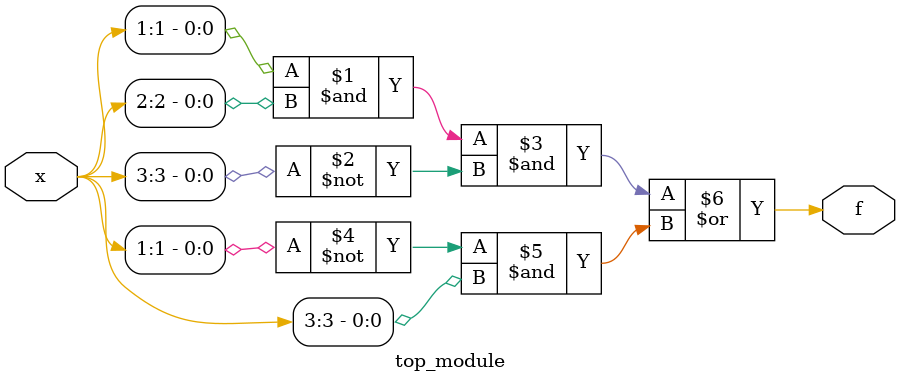
<source format=v>
module top_module (
    input [4:1] x, 
    output f );
	
    assign f = (x[1] & x[2] & ~x[3]) | (~x[1] & x[3]);
endmodule

</source>
